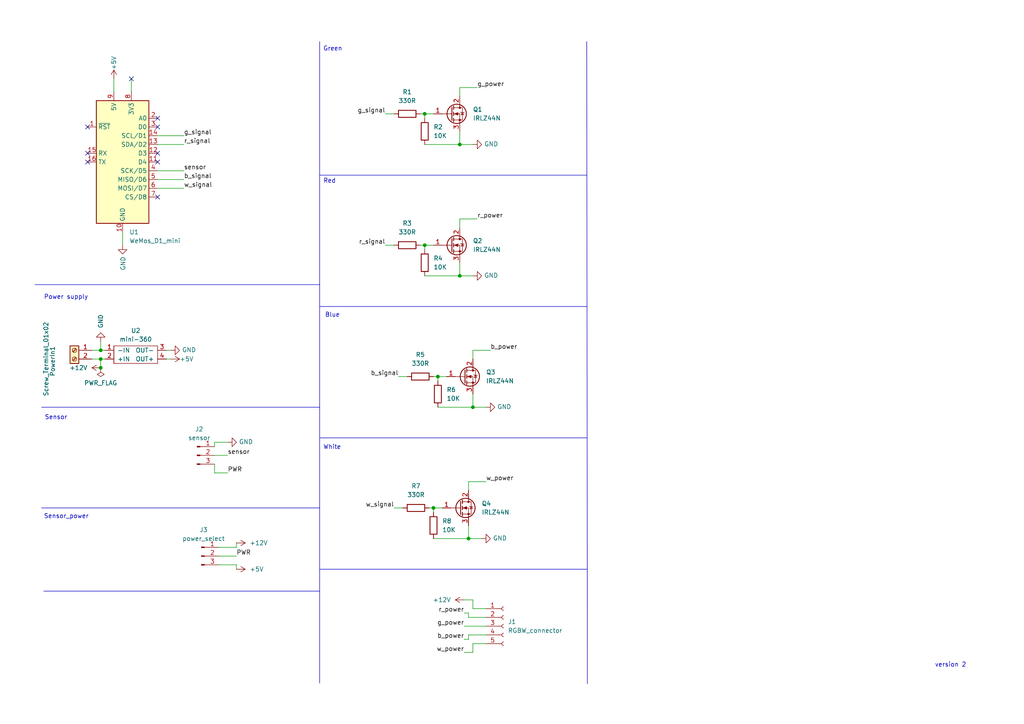
<source format=kicad_sch>
(kicad_sch (version 20231120) (generator "eeschema") (generator_version "8.0")
  (paper "A4")
  (lib_symbols
    (symbol "+12V_1" (power) (pin_numbers hide) (pin_names (offset 0) hide)
      (property "Value" "+12V" (at 0 3.556 0))
      (symbol "+12V_1_0_1"
        (polyline (pts (xy -0.762 1.27) (xy 0 2.54)))
        (polyline (pts (xy 0 0) (xy 0 2.54)))
        (polyline (pts (xy 0 2.54) (xy 0.762 1.27)))
      )
      (symbol "+12V_1_1_1"
        (pin power_in line (at 0 0 90) (length 0) (name "~") (number "1"))
      )
    )
    (symbol "+12V_2" (power) (pin_numbers hide) (pin_names (offset 0) hide)
      (property "Value" "+12V" (at 0 3.556 0))
      (symbol "+12V_2_0_1"
        (polyline (pts (xy -0.762 1.27) (xy 0 2.54)))
        (polyline (pts (xy 0 0) (xy 0 2.54)))
        (polyline (pts (xy 0 2.54) (xy 0.762 1.27)))
      )
      (symbol "+12V_2_1_1"
        (pin power_in line (at 0 0 90) (length 0) (name "~") (number "1"))
      )
    )
    (symbol "+5V_1" (power) (pin_numbers hide) (pin_names (offset 0) hide)
      (property "Value" "+5V" (at 0 3.556 0))
      (symbol "+5V_1_0_1"
        (polyline (pts (xy -0.762 1.27) (xy 0 2.54)))
        (polyline (pts (xy 0 0) (xy 0 2.54)))
        (polyline (pts (xy 0 2.54) (xy 0.762 1.27)))
      )
      (symbol "+5V_1_1_1"
        (pin power_in line (at 0 0 90) (length 0) (name "~") (number "1"))
      )
    )
    (symbol "Connector:Conn_01x03_Pin" (pin_names (offset 1.016) hide)
      (property "Reference" "J" (at 0 5.08 0))
      (property "Value" "Conn_01x03_Pin" (at 0 -5.08 0))
      (symbol "Conn_01x03_Pin_1_1"
        (polyline (pts (xy 1.27 -2.54) (xy 0.8636 -2.54)) (stroke (width 0.1524)))
        (polyline (pts (xy 1.27 0) (xy 0.8636 0)) (stroke (width 0.1524)))
        (polyline (pts (xy 1.27 2.54) (xy 0.8636 2.54)) (stroke (width 0.1524)))
        (rectangle (start 0.8636 -2.413) (end 0 -2.667) (stroke (width 0.1524)) (fill (type outline)))
        (rectangle (start 0.8636 0.127) (end 0 -0.127) (stroke (width 0.1524)) (fill (type outline)))
        (rectangle (start 0.8636 2.667) (end 0 2.413) (stroke (width 0.1524)) (fill (type outline)))
        (pin passive line (at 5.08 2.54 180) (length 3.81) (name "Pin_1") (number "1"))
        (pin passive line (at 5.08 0 180) (length 3.81) (name "Pin_2") (number "2"))
        (pin passive line (at 5.08 -2.54 180) (length 3.81) (name "Pin_3") (number "3"))
      )
    )
    (symbol "Connector:Conn_01x05_Socket" (pin_names (offset 1.016) hide)
      (property "Reference" "J" (at 0 7.62 0))
      (property "Value" "Conn_01x05_Socket" (at 0 -7.62 0))
      (symbol "Conn_01x05_Socket_1_1"
        (arc (start 0 -4.572) (mid -0.5058 -5.08) (end 0 -5.588) (stroke (width 0.1524)))
        (arc (start 0 -2.032) (mid -0.5058 -2.54) (end 0 -3.048) (stroke (width 0.1524)))
        (polyline (pts (xy -1.27 -5.08) (xy -0.508 -5.08)) (stroke (width 0.1524)))
        (polyline (pts (xy -1.27 -2.54) (xy -0.508 -2.54)) (stroke (width 0.1524)))
        (polyline (pts (xy -1.27 0) (xy -0.508 0)) (stroke (width 0.1524)))
        (polyline (pts (xy -1.27 2.54) (xy -0.508 2.54)) (stroke (width 0.1524)))
        (polyline (pts (xy -1.27 5.08) (xy -0.508 5.08)) (stroke (width 0.1524)))
        (arc (start 0 0.508) (mid -0.5058 0) (end 0 -0.508) (stroke (width 0.1524)))
        (arc (start 0 3.048) (mid -0.5058 2.54) (end 0 2.032) (stroke (width 0.1524)))
        (arc (start 0 5.588) (mid -0.5058 5.08) (end 0 4.572) (stroke (width 0.1524)))
        (pin passive line (at -5.08 5.08 0) (length 3.81) (name "Pin_1") (number "1"))
        (pin passive line (at -5.08 2.54 0) (length 3.81) (name "Pin_2") (number "2"))
        (pin passive line (at -5.08 0 0) (length 3.81) (name "Pin_3") (number "3"))
        (pin passive line (at -5.08 -2.54 0) (length 3.81) (name "Pin_4") (number "4"))
        (pin passive line (at -5.08 -5.08 0) (length 3.81) (name "Pin_5") (number "5"))
      )
    )
    (symbol "Connector:Screw_Terminal_01x02" (pin_names (offset 1.016) hide)
      (property "Reference" "J" (at 0 2.54 0))
      (property "Value" "Screw_Terminal_01x02" (at 0 -5.08 0))
      (symbol "Screw_Terminal_01x02_1_1"
        (rectangle (start -1.27 1.27) (end 1.27 -3.81) (stroke (width 0.254)) (fill (type background)))
        (circle (center 0 -2.54) (radius 0.635) (stroke (width 0.1524)))
        (polyline (pts (xy -0.5334 -2.2098) (xy 0.3302 -3.048)) (stroke (width 0.1524)))
        (polyline (pts (xy -0.5334 0.3302) (xy 0.3302 -0.508)) (stroke (width 0.1524)))
        (polyline (pts (xy -0.3556 -2.032) (xy 0.508 -2.8702)) (stroke (width 0.1524)))
        (polyline (pts (xy -0.3556 0.508) (xy 0.508 -0.3302)) (stroke (width 0.1524)))
        (circle (center 0 0) (radius 0.635) (stroke (width 0.1524)))
        (pin passive line (at -5.08 0 0) (length 3.81) (name "Pin_1") (number "1"))
        (pin passive line (at -5.08 -2.54 0) (length 3.81) (name "Pin_2") (number "2"))
      )
    )
    (symbol "Device:R" (pin_numbers hide) (pin_names (offset 0))
      (property "Reference" "R" (at 2.032 0 90))
      (property "Value" "R" (at 0 0 90))
      (symbol "R_0_1"
        (rectangle (start -1.016 -2.54) (end 1.016 2.54) (stroke (width 0.254)))
      )
      (symbol "R_1_1"
        (pin passive line (at 0 3.81 270) (length 1.27) (name "~") (number "1"))
        (pin passive line (at 0 -3.81 90) (length 1.27) (name "~") (number "2"))
      )
    )
    (symbol "MCU_Module:WeMos_D1_mini"
      (property "Reference" "U" (at 3.81 19.05 0))
      (property "Value" "WeMos_D1_mini" (at 1.27 -19.05 0))
      (symbol "WeMos_D1_mini_1_1"
        (rectangle (start -7.62 17.78) (end 7.62 -17.78) (stroke (width 0.254)) (fill (type background)))
        (pin input line (at -10.16 10.16 0) (length 2.54) (name "~{RST}") (number "1"))
        (pin power_in line (at 0 -20.32 90) (length 2.54) (name "GND") (number "10"))
        (pin bidirectional line (at 10.16 0 180) (length 2.54) (name "D4") (number "11"))
        (pin bidirectional line (at 10.16 2.54 180) (length 2.54) (name "D3") (number "12"))
        (pin bidirectional line (at 10.16 5.08 180) (length 2.54) (name "SDA/D2") (number "13"))
        (pin bidirectional line (at 10.16 7.62 180) (length 2.54) (name "SCL/D1") (number "14"))
        (pin input line (at -10.16 2.54 0) (length 2.54) (name "RX") (number "15"))
        (pin output line (at -10.16 0 0) (length 2.54) (name "TX") (number "16"))
        (pin input line (at 10.16 12.7 180) (length 2.54) (name "A0") (number "2"))
        (pin bidirectional line (at 10.16 10.16 180) (length 2.54) (name "D0") (number "3"))
        (pin bidirectional line (at 10.16 -2.54 180) (length 2.54) (name "SCK/D5") (number "4"))
        (pin bidirectional line (at 10.16 -5.08 180) (length 2.54) (name "MISO/D6") (number "5"))
        (pin bidirectional line (at 10.16 -7.62 180) (length 2.54) (name "MOSI/D7") (number "6"))
        (pin bidirectional line (at 10.16 -10.16 180) (length 2.54) (name "CS/D8") (number "7"))
        (pin power_out line (at 2.54 20.32 270) (length 2.54) (name "3V3") (number "8"))
        (pin power_in line (at -2.54 20.32 270) (length 2.54) (name "5V") (number "9"))
      )
    )
    (symbol "Transistor_FET:IRLZ44N" (pin_names hide)
      (property "Reference" "Q" (at 5.08 1.905 0))
      (property "Value" "IRLZ44N" (at 5.08 0 0))
      (symbol "IRLZ44N_0_1"
        (polyline (pts (xy 0.254 0) (xy -2.54 0)))
        (polyline (pts (xy 0.254 1.905) (xy 0.254 -1.905)) (stroke (width 0.254)))
        (polyline (pts (xy 0.762 -1.27) (xy 0.762 -2.286)) (stroke (width 0.254)))
        (polyline (pts (xy 0.762 0.508) (xy 0.762 -0.508)) (stroke (width 0.254)))
        (polyline (pts (xy 0.762 2.286) (xy 0.762 1.27)) (stroke (width 0.254)))
        (polyline (pts (xy 2.54 2.54) (xy 2.54 1.778)))
        (polyline (pts (xy 2.54 -2.54) (xy 2.54 0) (xy 0.762 0)))
        (polyline (pts (xy 0.762 -1.778) (xy 3.302 -1.778) (xy 3.302 1.778) (xy 0.762 1.778)))
        (polyline (pts (xy 1.016 0) (xy 2.032 0.381) (xy 2.032 -0.381) (xy 1.016 0)) (fill (type outline)))
        (polyline (pts (xy 2.794 0.508) (xy 2.921 0.381) (xy 3.683 0.381) (xy 3.81 0.254)))
        (polyline (pts (xy 3.302 0.381) (xy 2.921 -0.254) (xy 3.683 -0.254) (xy 3.302 0.381)))
        (circle (center 1.651 0) (radius 2.794) (stroke (width 0.254)))
        (circle (center 2.54 -1.778) (radius 0.254) (fill (type outline)))
        (circle (center 2.54 1.778) (radius 0.254) (fill (type outline)))
      )
      (symbol "IRLZ44N_1_1"
        (pin input line (at -5.08 0 0) (length 2.54) (name "G") (number "1"))
        (pin passive line (at 2.54 5.08 270) (length 2.54) (name "D") (number "2"))
        (pin passive line (at 2.54 -5.08 90) (length 2.54) (name "S") (number "3"))
      )
    )
    (symbol "mini360:mini-360" (pin_names (offset 1.016))
      (property "Reference" "U2" (at 0 6.985 0))
      (property "Value" "mini-360" (at 0 4.6736 0))
      (symbol "mini-360_0_1"
        (rectangle (start -6.35 -2.54) (end 6.35 2.54))
        (rectangle (start -6.35 2.54) (end -6.35 -2.54))
      )
      (symbol "mini-360_1_1"
        (pin power_in line (at -8.89 1.27 0) (length 2.54) (name "-IN") (number "1"))
        (pin power_in line (at -8.89 -1.27 0) (length 2.54) (name "+IN") (number "2"))
        (pin power_out line (at 8.89 1.27 180) (length 2.54) (name "OUT-") (number "3"))
        (pin power_out line (at 8.89 -1.27 180) (length 2.54) (name "OUT+") (number "4"))
      )
    )
    (symbol "power:+12V" (power) (pin_names (offset 0))
      (property "Value" "+12V" (at 0 3.556 0))
      (symbol "+12V_0_1"
        (polyline (pts (xy -0.762 1.27) (xy 0 2.54)))
        (polyline (pts (xy 0 0) (xy 0 2.54)))
        (polyline (pts (xy 0 2.54) (xy 0.762 1.27)))
      )
      (symbol "+12V_1_1"
        (pin power_in line (at 0 0 90) (length 0) hide (name "+12V") (number "1"))
      )
    )
    (symbol "power:+5V" (power) (pin_names (offset 0))
      (property "Value" "+5V" (at 0 3.556 0))
      (symbol "+5V_0_1"
        (polyline (pts (xy -0.762 1.27) (xy 0 2.54)))
        (polyline (pts (xy 0 0) (xy 0 2.54)))
        (polyline (pts (xy 0 2.54) (xy 0.762 1.27)))
      )
      (symbol "+5V_1_1"
        (pin power_in line (at 0 0 90) (length 0) hide (name "+5V") (number "1"))
      )
    )
    (symbol "power:GND" (power) (pin_names (offset 0))
      (property "Value" "GND" (at 0 -3.81 0))
      (symbol "GND_0_1"
        (polyline (pts (xy 0 0) (xy 0 -1.27) (xy 1.27 -1.27) (xy 0 -2.54) (xy -1.27 -1.27) (xy 0 -1.27)))
      )
      (symbol "GND_1_1"
        (pin power_in line (at 0 0 270) (length 0) hide (name "GND") (number "1"))
      )
    )
    (symbol "power:PWR_FLAG" (power) (pin_numbers hide) (pin_names (offset 0) hide)
      (property "Value" "PWR_FLAG" (at 0 3.81 0))
      (symbol "PWR_FLAG_0_0"
        (pin power_out line (at 0 0 90) (length 0) (name "pwr") (number "1"))
      )
      (symbol "PWR_FLAG_0_1"
        (polyline (pts (xy 0 0) (xy 0 1.27) (xy -1.016 1.905) (xy 0 2.54) (xy 1.016 1.905) (xy 0 1.27)))
      )
    )
  )
  (junction (at 29.21 104.14))
  (junction (at 135.89 156.21))
  (junction (at 133.35 80.01))
  (junction (at 137.16 118.11))
  (junction (at 29.21 106.68))
  (junction (at 123.19 71.12))
  (junction (at 123.19 33.02))
  (junction (at 125.73 147.32))
  (junction (at 29.21 101.6))
  (junction (at 133.35 41.91))
  (junction (at 127 109.22))
  (no_connect (at 45.72 57.15))
  (no_connect (at 45.72 46.99))
  (no_connect (at 25.4 36.83))
  (no_connect (at 45.72 44.45))
  (no_connect (at 45.72 34.29))
  (no_connect (at 25.4 44.45))
  (no_connect (at 45.72 36.83))
  (no_connect (at 25.4 46.99))
  (no_connect (at 38.1 22.86))
  (wire (pts (xy 66.04 137.16) (xy 62.23 137.16)))
  (polyline (pts (xy 92.71 82.55) (xy 92.71 198.12)))
  (wire (pts (xy 38.1 22.86) (xy 38.1 26.67)))
  (wire (pts (xy 133.35 38.1) (xy 133.35 41.91)))
  (wire (pts (xy 135.89 177.8) (xy 135.89 179.07)))
  (wire (pts (xy 66.04 128.27) (xy 62.23 128.27)))
  (wire (pts (xy 123.19 71.12) (xy 123.19 72.39)))
  (wire (pts (xy 133.35 27.94) (xy 133.35 25.4)))
  (wire (pts (xy 62.23 132.08) (xy 66.04 132.08)))
  (wire (pts (xy 135.89 142.24) (xy 135.89 139.7)))
  (wire (pts (xy 123.19 33.02) (xy 123.19 34.29)))
  (wire (pts (xy 127 118.11) (xy 137.16 118.11)))
  (wire (pts (xy 125.73 147.32) (xy 125.73 148.59)))
  (wire (pts (xy 45.72 54.61) (xy 53.34 54.61)))
  (wire (pts (xy 137.16 101.6) (xy 142.24 101.6)))
  (wire (pts (xy 123.19 80.01) (xy 133.35 80.01)))
  (wire (pts (xy 135.89 185.42) (xy 134.62 185.42)))
  (wire (pts (xy 137.16 114.3) (xy 137.16 118.11)))
  (polyline (pts (xy 12.7 171.45) (xy 92.71 171.45)))
  (wire (pts (xy 135.89 184.15) (xy 135.89 185.42)))
  (wire (pts (xy 111.76 33.02) (xy 114.3 33.02)))
  (wire (pts (xy 45.72 41.91) (xy 53.34 41.91)))
  (wire (pts (xy 135.89 139.7) (xy 140.97 139.7)))
  (wire (pts (xy 45.72 39.37) (xy 53.34 39.37)))
  (wire (pts (xy 29.21 104.14) (xy 30.48 104.14)))
  (wire (pts (xy 127 109.22) (xy 129.54 109.22)))
  (wire (pts (xy 133.35 66.04) (xy 133.35 63.5)))
  (wire (pts (xy 125.73 156.21) (xy 135.89 156.21)))
  (wire (pts (xy 45.72 52.07) (xy 53.34 52.07)))
  (wire (pts (xy 127 109.22) (xy 127 110.49)))
  (wire (pts (xy 121.92 71.12) (xy 123.19 71.12)))
  (polyline (pts (xy 12.065 118.11) (xy 92.71 118.11)))
  (wire (pts (xy 29.21 101.6) (xy 30.48 101.6)))
  (wire (pts (xy 68.58 163.83) (xy 68.58 165.1)))
  (wire (pts (xy 133.35 25.4) (xy 138.43 25.4)))
  (wire (pts (xy 134.62 181.61) (xy 140.97 181.61)))
  (wire (pts (xy 133.35 76.2) (xy 133.35 80.01)))
  (wire (pts (xy 48.26 104.14) (xy 49.53 104.14)))
  (wire (pts (xy 114.3 147.32) (xy 116.84 147.32)))
  (wire (pts (xy 140.97 186.69) (xy 137.16 186.69)))
  (wire (pts (xy 115.57 109.22) (xy 118.11 109.22)))
  (polyline (pts (xy 92.71 127) (xy 170.18 127)))
  (polyline (pts (xy 92.71 88.9) (xy 170.18 88.9)))
  (wire (pts (xy 35.56 67.31) (xy 35.56 71.12)))
  (wire (pts (xy 125.73 147.32) (xy 128.27 147.32)))
  (wire (pts (xy 125.73 109.22) (xy 127 109.22)))
  (wire (pts (xy 133.35 63.5) (xy 138.43 63.5)))
  (polyline (pts (xy 10.16 82.55) (xy 92.71 82.55)))
  (wire (pts (xy 121.92 33.02) (xy 123.19 33.02)))
  (wire (pts (xy 68.58 158.75) (xy 68.58 157.48)))
  (wire (pts (xy 48.26 101.6) (xy 49.53 101.6)))
  (wire (pts (xy 137.16 80.01) (xy 133.35 80.01)))
  (wire (pts (xy 137.16 186.69) (xy 137.16 189.23)))
  (wire (pts (xy 134.62 189.23) (xy 137.16 189.23)))
  (wire (pts (xy 63.5 161.29) (xy 68.58 161.29)))
  (wire (pts (xy 63.5 158.75) (xy 68.58 158.75)))
  (wire (pts (xy 63.5 163.83) (xy 68.58 163.83)))
  (polyline (pts (xy 92.71 12.065) (xy 92.71 82.55)))
  (polyline (pts (xy 12.065 147.32) (xy 92.71 147.32)))
  (wire (pts (xy 140.97 118.11) (xy 137.16 118.11)))
  (wire (pts (xy 29.21 106.68) (xy 29.21 104.14)))
  (wire (pts (xy 111.76 71.12) (xy 114.3 71.12)))
  (wire (pts (xy 137.16 104.14) (xy 137.16 101.6)))
  (polyline (pts (xy 92.71 50.8) (xy 170.18 50.8)))
  (wire (pts (xy 134.62 173.99) (xy 137.16 173.99)))
  (wire (pts (xy 45.72 49.53) (xy 53.34 49.53)))
  (polyline (pts (xy 170.18 12.065) (xy 170.3639 198.3139)))
  (wire (pts (xy 123.19 41.91) (xy 133.35 41.91)))
  (wire (pts (xy 140.97 176.53) (xy 137.16 176.53)))
  (wire (pts (xy 62.23 134.62) (xy 62.23 137.16)))
  (wire (pts (xy 124.46 147.32) (xy 125.73 147.32)))
  (wire (pts (xy 62.23 128.27) (xy 62.23 129.54)))
  (wire (pts (xy 123.19 71.12) (xy 125.73 71.12)))
  (wire (pts (xy 26.67 104.14) (xy 29.21 104.14)))
  (wire (pts (xy 135.89 152.4) (xy 135.89 156.21)))
  (wire (pts (xy 29.21 99.06) (xy 29.21 101.6)))
  (wire (pts (xy 123.19 33.02) (xy 125.73 33.02)))
  (wire (pts (xy 26.67 101.6) (xy 29.21 101.6)))
  (wire (pts (xy 137.16 176.53) (xy 137.16 173.99)))
  (wire (pts (xy 140.97 184.15) (xy 135.89 184.15)))
  (wire (pts (xy 137.16 41.91) (xy 133.35 41.91)))
  (wire (pts (xy 134.62 177.8) (xy 135.89 177.8)))
  (wire (pts (xy 135.89 179.07) (xy 140.97 179.07)))
  (wire (pts (xy 33.02 22.86) (xy 33.02 26.67)))
  (polyline (pts (xy 92.71 165.1) (xy 170.18 165.1)))
  (wire (pts (xy 139.7 156.21) (xy 135.89 156.21)))
  (text "Power supply" (at 12.7 86.995 0) (effects (font (size 1.27 1.27)) (justify left bottom)))
  (text "Red" (at 93.726 52.578 0) (effects (font (size 1.27 1.27)) (justify left)))
  (text "Sensor" (at 12.954 121.158 0) (effects (font (size 1.27 1.27)) (justify left)))
  (text "Sensor_power" (at 12.7 149.86 0) (effects (font (size 1.27 1.27)) (justify left)))
  (text "Blue" (at 94.234 91.44 0) (effects (font (size 1.27 1.27)) (justify left)))
  (text "White" (at 93.726 129.794 0) (effects (font (size 1.27 1.27)) (justify left)))
  (text "version 2\n" (at 271.145 193.675 0) (effects (font (size 1.27 1.27)) (justify left bottom)))
  (text "Green" (at 93.726 14.224 0) (effects (font (size 1.27 1.27)) (justify left)))
  (label "sensor" (at 66.04 132.08 0))
  (label "g_power" (at 138.43 25.4 0))
  (label "g_power" (at 134.62 181.61 180))
  (label "g_signal" (at 53.34 39.37 0))
  (label "sensor" (at 53.34 49.53 0))
  (label "r_signal" (at 53.34 41.91 0))
  (label "PWR" (at 68.58 161.29 0))
  (label "b_signal" (at 53.34 52.07 0))
  (label "r_signal" (at 111.76 71.12 180))
  (label "b_signal" (at 115.57 109.22 180))
  (label "w_signal" (at 53.34 54.61 0))
  (label "r_power" (at 138.43 63.5 0))
  (label "r_power" (at 134.62 177.8 180))
  (label "PWR" (at 66.04 137.16 0))
  (label "b_power" (at 142.24 101.6 0))
  (label "w_power" (at 140.97 139.7 0))
  (label "w_signal" (at 114.3 147.32 180))
  (label "g_signal" (at 111.76 33.02 180))
  (label "w_power" (at 134.62 189.23 180))
  (label "b_power" (at 134.62 185.42 180))
  (symbol (lib_id "power:GND") (at 66.04 128.27 90) (unit 1)
    (property "Reference" "#PWR010" (effects (hide yes)))
    (property "Value" "GND" (at 69.2912 128.143 90) (effects (justify right)))
  )
  (symbol (lib_id "power:+12V") (at 29.21 106.68 90) (unit 1)
    (property "Reference" "#PWR08" (effects (hide yes)))
    (property "Value" "+12V" (at 25.4 106.68 90) (effects (justify left)))
  )
  (symbol (lib_id "Connector:Conn_01x03_Pin") (at 57.15 132.08 0) (unit 1)
    (property "Reference" "J2" (at 57.785 124.46 0))
    (property "Value" "sensor" (at 57.785 127 0))
    (property "Footprint" "Connector_JST:JST_EH_B3B-EH-A_1x03_P2.50mm_Vertical" (effects (hide yes)))
    (property "Description" "Generic connector, single row, 01x03, script generated" (effects (hide yes)))
  )
  (symbol (lib_id "power:GND") (at 140.97 118.11 90) (unit 1)
    (property "Reference" "#PWR05" (effects (hide yes)))
    (property "Value" "GND" (at 144.2212 117.983 90) (effects (justify right)))
  )
  (symbol (lib_id "power:+5V") (at 49.53 104.14 270) (unit 1)
    (property "Reference" "#PWR015" (effects (hide yes)))
    (property "Value" "+5V" (at 52.07 104.14 90) (effects (justify left)))
  )
  (symbol (lib_id "MCU_Module:WeMos_D1_mini") (at 35.56 46.99 0) (unit 1)
    (property "Reference" "U1" (at 37.5159 67.31 0) (effects (justify left)))
    (property "Value" "WeMos_D1_mini" (at 37.5159 69.85 0) (effects (justify left)))
    (property "Footprint" "Module:WEMOS_D1_mini_light" (effects (hide yes)))
    (property "Datasheet" "https://wiki.wemos.cc/products:d1:d1_mini#documentation" (effects (hide yes)))
  )
  (symbol (lib_id "Transistor_FET:IRLZ44N") (at 130.81 71.12 0) (unit 1)
    (property "Reference" "Q2" (at 137.16 69.8499 0) (effects (justify left)))
    (property "Value" "IRLZ44N" (at 137.16 72.3899 0) (effects (justify left)))
    (property "Footprint" "Package_TO_SOT_THT:TO-220-3_Vertical" (effects (hide yes)))
    (property "Datasheet" "http://www.irf.com/product-info/datasheets/data/irlz44n.pdf" (effects (hide yes)))
    (property "Description" "47A Id, 55V Vds, 22mOhm Rds Single N-Channel HEXFET Power MOSFET, TO-220AB" (effects (hide yes)))
  )
  (symbol (lib_id "power:GND") (at 35.56 71.12 0) (unit 1)
    (property "Reference" "#PWR02" (effects (hide yes)))
    (property "Value" "GND" (at 35.687 74.3712 90) (effects (justify right)))
  )
  (symbol (lib_id "Device:R") (at 120.65 147.32 270) (unit 1)
    (property "Reference" "R7" (at 120.65 140.97 90))
    (property "Value" "330R" (at 120.65 143.51 90))
    (property "Footprint" "Resistor_THT:R_Axial_DIN0207_L6.3mm_D2.5mm_P7.62mm_Horizontal" (effects (hide yes)))
    (property "Description" "Resistor" (effects (hide yes)))
  )
  (symbol (lib_id "Transistor_FET:IRLZ44N") (at 133.35 147.32 0) (unit 1)
    (property "Reference" "Q4" (at 139.7 146.0499 0) (effects (justify left)))
    (property "Value" "IRLZ44N" (at 139.7 148.5899 0) (effects (justify left)))
    (property "Footprint" "Package_TO_SOT_THT:TO-220-3_Vertical" (effects (hide yes)))
    (property "Datasheet" "http://www.irf.com/product-info/datasheets/data/irlz44n.pdf" (effects (hide yes)))
    (property "Description" "47A Id, 55V Vds, 22mOhm Rds Single N-Channel HEXFET Power MOSFET, TO-220AB" (effects (hide yes)))
  )
  (symbol (lib_id "Device:R") (at 123.19 76.2 0) (unit 1)
    (property "Reference" "R4" (at 125.73 74.9299 0) (effects (justify left)))
    (property "Value" "10K" (at 125.73 77.4699 0) (effects (justify left)))
    (property "Footprint" "Resistor_THT:R_Axial_DIN0204_L3.6mm_D1.6mm_P2.54mm_Vertical" (effects (hide yes)))
    (property "Description" "Resistor" (effects (hide yes)))
  )
  (symbol (lib_id "power:PWR_FLAG") (at 29.21 106.68 180) (unit 1)
    (property "Reference" "#FLG01" (effects (hide yes)))
    (property "Value" "PWR_FLAG" (at 29.21 111.0742 0))
  )
  (symbol (lib_id "Device:R") (at 127 114.3 0) (unit 1)
    (property "Reference" "R6" (at 129.54 113.0299 0) (effects (justify left)))
    (property "Value" "10K" (at 129.54 115.5699 0) (effects (justify left)))
    (property "Footprint" "Resistor_THT:R_Axial_DIN0204_L3.6mm_D1.6mm_P2.54mm_Vertical" (effects (hide yes)))
    (property "Description" "Resistor" (effects (hide yes)))
  )
  (symbol (lib_id "Connector:Conn_01x03_Pin") (at 58.42 161.29 0) (unit 1)
    (property "Reference" "J3" (at 59.055 153.67 0))
    (property "Value" "power_select" (at 59.055 156.21 0))
    (property "Footprint" "Connector_PinHeader_2.54mm:PinHeader_1x03_P2.54mm_Vertical" (effects (hide yes)))
    (property "Description" "Generic connector, single row, 01x03, script generated" (effects (hide yes)))
  )
  (symbol (lib_id "Device:R") (at 118.11 71.12 270) (unit 1)
    (property "Reference" "R3" (at 118.11 64.77 90))
    (property "Value" "330R" (at 118.11 67.31 90))
    (property "Footprint" "Resistor_THT:R_Axial_DIN0207_L6.3mm_D2.5mm_P7.62mm_Horizontal" (effects (hide yes)))
    (property "Description" "Resistor" (effects (hide yes)))
  )
  (symbol (lib_id "Connector:Conn_01x05_Socket") (at 146.05 181.61 0) (unit 1)
    (property "Reference" "J1" (at 147.32 180.3399 0) (effects (justify left)))
    (property "Value" "RGBW_connector" (at 147.32 182.8799 0) (effects (justify left)))
    (property "Footprint" "Connector_JST:JST_EH_B5B-EH-A_1x05_P2.50mm_Vertical" (effects (hide yes)))
    (property "Description" "Generic connector, single row, 01x05, script generated" (effects (hide yes)))
  )
  (symbol (lib_id "Device:R") (at 125.73 152.4 0) (unit 1)
    (property "Reference" "R8" (at 128.27 151.1299 0) (effects (justify left)))
    (property "Value" "10K" (at 128.27 153.6699 0) (effects (justify left)))
    (property "Footprint" "Resistor_THT:R_Axial_DIN0204_L3.6mm_D1.6mm_P2.54mm_Vertical" (effects (hide yes)))
    (property "Description" "Resistor" (effects (hide yes)))
  )
  (symbol (lib_id "power:GND") (at 49.53 101.6 90) (unit 1)
    (property "Reference" "#PWR011" (effects (hide yes)))
    (property "Value" "GND" (at 52.7812 101.473 90) (effects (justify right)))
  )
  (symbol (lib_id "power:GND") (at 137.16 80.01 90) (unit 1)
    (property "Reference" "#PWR04" (effects (hide yes)))
    (property "Value" "GND" (at 140.4112 79.883 90) (effects (justify right)))
  )
  (symbol (lib_id "power:GND") (at 139.7 156.21 90) (unit 1)
    (property "Reference" "#PWR06" (effects (hide yes)))
    (property "Value" "GND" (at 142.9512 156.083 90) (effects (justify right)))
  )
  (symbol (lib_id "Transistor_FET:IRLZ44N") (at 134.62 109.22 0) (unit 1)
    (property "Reference" "Q3" (at 140.97 107.9499 0) (effects (justify left)))
    (property "Value" "IRLZ44N" (at 140.97 110.4899 0) (effects (justify left)))
    (property "Footprint" "Package_TO_SOT_THT:TO-220-3_Vertical" (effects (hide yes)))
    (property "Datasheet" "http://www.irf.com/product-info/datasheets/data/irlz44n.pdf" (effects (hide yes)))
    (property "Description" "47A Id, 55V Vds, 22mOhm Rds Single N-Channel HEXFET Power MOSFET, TO-220AB" (effects (hide yes)))
  )
  (symbol (lib_id "Connector:Screw_Terminal_01x02") (at 21.59 101.6 0) (mirror y) (unit 1)
    (property "Reference" "PowerIn1" (at 15.24 104.775 90))
    (property "Value" "Screw_Terminal_01x02" (at 13.335 104.14 90))
    (property "Footprint" "TerminalBlock:TerminalBlock_bornier-2_P5.08mm" (effects (hide yes)))
  )
  (symbol (lib_id "mini360:mini-360") (at 39.37 102.87 0) (unit 1)
    (property "Reference" "U2" (at 39.37 95.885 0))
    (property "Value" "mini-360" (at 39.37 98.425 0))
    (property "Footprint" "mini360:buck_converter 16.8x22,14" (effects (hide yes)))
  )
  (symbol (lib_id "Device:R") (at 118.11 33.02 270) (unit 1)
    (property "Reference" "R1" (at 118.11 26.67 90))
    (property "Value" "330R" (at 118.11 29.21 90))
    (property "Footprint" "Resistor_THT:R_Axial_DIN0207_L6.3mm_D2.5mm_P7.62mm_Horizontal" (effects (hide yes)))
    (property "Description" "Resistor" (effects (hide yes)))
  )
  (symbol (lib_id "Device:R") (at 123.19 38.1 0) (unit 1)
    (property "Reference" "R2" (at 125.73 36.8299 0) (effects (justify left)))
    (property "Value" "10K" (at 125.73 39.3699 0) (effects (justify left)))
    (property "Footprint" "Resistor_THT:R_Axial_DIN0204_L3.6mm_D1.6mm_P2.54mm_Vertical" (effects (hide yes)))
    (property "Description" "Resistor" (effects (hide yes)))
  )
  (symbol (lib_id "power:GND") (at 137.16 41.91 90) (unit 1)
    (property "Reference" "#PWR03" (effects (hide yes)))
    (property "Value" "GND" (at 140.4112 41.783 90) (effects (justify right)))
  )
  (symbol (lib_name "+12V_2") (lib_id "power:+12V") (at 68.58 157.48 270) (unit 1)
    (property "Reference" "#PWR012" (effects (hide yes)))
    (property "Value" "+12V" (at 72.39 157.4801 90) (effects (justify left)))
    (property "Description" "Power symbol creates a global label with name \"+12V\"" (effects (hide yes)))
  )
  (symbol (lib_name "+5V_1") (lib_id "power:+5V") (at 68.58 165.1 270) (unit 1)
    (property "Reference" "#PWR014" (effects (hide yes)))
    (property "Value" "+5V" (at 72.39 165.1001 90) (effects (justify left)))
    (property "Description" "Power symbol creates a global label with name \"+5V\"" (effects (hide yes)))
  )
  (symbol (lib_id "power:+5V") (at 33.02 22.86 0) (unit 1)
    (property "Reference" "#PWR01" (effects (hide yes)))
    (property "Value" "+5V" (at 33.02 20.32 90) (effects (justify left)))
  )
  (symbol (lib_name "+12V_1") (lib_id "power:+12V") (at 134.62 173.99 90) (unit 1)
    (property "Reference" "#PWR09" (effects (hide yes)))
    (property "Value" "+12V" (at 130.81 173.9899 90) (effects (justify left)))
    (property "Description" "Power symbol creates a global label with name \"+12V\"" (effects (hide yes)))
  )
  (symbol (lib_id "power:GND") (at 29.21 99.06 180) (unit 1)
    (property "Reference" "#PWR07" (effects (hide yes)))
    (property "Value" "GND" (at 29.21 95.25 90) (effects (justify right)))
  )
  (symbol (lib_id "Transistor_FET:IRLZ44N") (at 130.81 33.02 0) (unit 1)
    (property "Reference" "Q1" (at 137.16 31.7499 0) (effects (justify left)))
    (property "Value" "IRLZ44N" (at 137.16 34.2899 0) (effects (justify left)))
    (property "Footprint" "Package_TO_SOT_THT:TO-220-3_Vertical" (effects (hide yes)))
    (property "Datasheet" "http://www.irf.com/product-info/datasheets/data/irlz44n.pdf" (effects (hide yes)))
    (property "Description" "47A Id, 55V Vds, 22mOhm Rds Single N-Channel HEXFET Power MOSFET, TO-220AB" (effects (hide yes)))
  )
  (symbol (lib_id "Device:R") (at 121.92 109.22 270) (unit 1)
    (property "Reference" "R5" (at 121.92 102.87 90))
    (property "Value" "330R" (at 121.92 105.41 90))
    (property "Footprint" "Resistor_THT:R_Axial_DIN0207_L6.3mm_D2.5mm_P7.62mm_Horizontal" (effects (hide yes)))
    (property "Description" "Resistor" (effects (hide yes)))
  )
)
</source>
